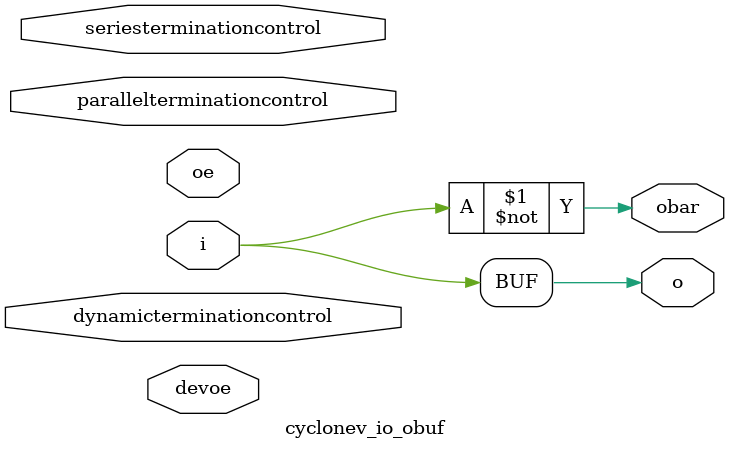
<source format=v>


module cyclonev_lcell_comb (
	dataa, datab, datac, datad, datae, dataf, datag, cin, sharein,
	combout, sumout, cout, shareout
);

input dataa, datab, datac, datad, datae, dataf, datag, cin, sharein;
output reg combout, sumout, cout, shareout;

parameter lut_mask = 64'hFFFFFFFFFFFFFFFF;
parameter shared_arith = "off";
parameter extended_lut = "off";
parameter dont_touch = "off";
parameter lpm_type = "cyclonev_lcell_comb";

localparam ishared_arith = shared_arith == "on";
localparam iextended_lut = extended_lut == "on";

localparam [15:0] f0_mask = lut_mask[15:0];
localparam [15:0] f1_mask = lut_mask[31:16];
localparam [15:0] f2_mask = lut_mask[47:32];
localparam [15:0] f3_mask = lut_mask[63:48];

reg f0_out, f1_out, f2_out, f3_out;
reg g0_out, g1_out;
reg f2_input3, f2_f;
reg adder_input2;

// 4-input LUT function
function lut4;
    input [15:0] mask;
    input dataa;
    input datab;
    input datac;
    input datad;
    begin
        lut4 = datad ? ( datac ? ( datab ? ( dataa ? mask[15] : mask[14])
                                         : ( dataa ? mask[13] : mask[12]))
                               : ( datab ? ( dataa ? mask[11] : mask[10])
                                         : ( dataa ? mask[ 9] : mask[ 8])))
                     : ( datac ? ( datab ? ( dataa ? mask[ 7] : mask[ 6])
                                         : ( dataa ? mask[ 5] : mask[ 4]))
                               : ( datab ? ( dataa ? mask[ 3] : mask[ 2])
                                         : ( dataa ? mask[ 1] : mask[ 0])));
    end
endfunction

// 5-input LUT function
function lut5;
    input [31:0] mask;
    input dataa;
    input datab;
    input datac;
    input datad;
    input datae;
    reg e0_lut;
    reg e1_lut;
    reg [15:0] e0_mask;
    reg [31:16] e1_mask;
    begin
        e0_mask = mask[15:0];
        e1_mask = mask[31:16];
        begin
            e0_lut = lut4(e0_mask, dataa, datab, datac, datad);
            e1_lut = lut4(e1_mask, dataa, datab, datac, datad);
            if (datae === 1'bX) // X propogation
            begin
                if (e0_lut == e1_lut)
                begin
                    lut5 = e0_lut;
                end
                else
                begin
                    lut5 = 1'bX;
                end
            end
            else
            begin
                lut5 = (datae == 1'b1) ? e1_lut : e0_lut;
            end
        end
    end
endfunction

// 6-input LUT function
function lut6;
    input [63:0] mask;
    input dataa;
    input datab;
    input datac;
    input datad;
    input datae;
    input dataf;
    reg f0_lut;
    reg f1_lut;
    reg [31:0] f0_mask;
    reg [63:32] f1_mask ;
    begin
        f0_mask = mask[31:0];
        f1_mask = mask[63:32];
        begin
            lut6 = mask[{dataf, datae, datad, datac, datab, dataa}];
            if (lut6 === 1'bX)
            begin
                f0_lut = lut5(f0_mask, dataa, datab, datac, datad, datae);
                f1_lut = lut5(f1_mask, dataa, datab, datac, datad, datae);
                if (dataf === 1'bX) // X propogation
                begin
                    if (f0_lut == f1_lut)
                    begin
                        lut6 = f0_lut;
                    end
                    else
                    begin
                        lut6 = 1'bX;
                    end
                end
                else
                begin
                    lut6 = (dataf == 1'b1) ? f1_lut : f0_lut;
                end
            end
        end
    end
endfunction

always @(datag or dataf or datae or datad or datac or
         datab or dataa or cin or sharein)
begin
    // check for extended LUT mode
    if (iextended_lut == 1)
        f2_input3 = datag;
    else
        f2_input3 = datac;

    f0_out = lut4(f0_mask, dataa, datab, datac, datad);
    f1_out = lut4(f1_mask, dataa, datab, f2_input3, datad);
    f2_out = lut4(f2_mask, dataa, datab, datac, datad);
    f3_out = lut4(f3_mask, dataa, datab, f2_input3, datad);

    // combout is the 6-input LUT
    if (iextended_lut == 1)
    begin
        if (datae == 1'b0)
        begin
            g0_out = f0_out;
            g1_out = f2_out;
        end
        else if (datae == 1'b1)
        begin
            g0_out = f1_out;
            g1_out = f3_out;
        end
        else
        begin
            if (f0_out == f1_out)
                g0_out = f0_out;
            else
                g0_out = 1'bX;

            if (f2_out == f3_out)
                g1_out = f2_out;
            else
                g1_out = 1'bX;
        end

        if (dataf == 1'b0)
            combout = g0_out;
        else if ((dataf == 1'b1) || (g0_out == g1_out))
            combout = g1_out;
        else
            combout = 1'bX;
    end
    else
        combout = lut6(lut_mask, dataa, datab, datac, datad, datae, dataf);

    // check for shareed arithmetic mode
    if (ishared_arith == 1)
        adder_input2 = sharein;
    else
    begin
        f2_f = lut4(f2_mask, dataa, datab, datac, dataf);
        adder_input2 = !f2_f;
    end

    // sumout & cout
    sumout = cin ^ f0_out ^ adder_input2;
    cout = (cin & f0_out) | (cin & adder_input2) | (f0_out & adder_input2);
    shareout = f2_out;
end

endmodule

// ==========================================================================================

module cyclonev_io_ibuf (i, ibar, dynamicterminationcontrol, o);

parameter differential_mode = 0;
parameter bus_hold = 0;
parameter simulate_z_as = 0;
parameter lpm_type = 0;

input i;
input ibar;
input dynamicterminationcontrol;
output o;

assign o = i;

endmodule

// ==========================================================================================

module cyclonev_io_obuf (i, oe, dynamicterminationcontrol, seriesterminationcontrol, parallelterminationcontrol, devoe, o, obar);

parameter open_drain_output = 0;
parameter bus_hold = 0;
parameter shift_series_termination_control = 0;
parameter sim_dynamic_termination_control_is_connected = 0;
parameter lpm_type = 0;

input i;
input oe;
input devoe;
input dynamicterminationcontrol;
input [15:0] seriesterminationcontrol;
input [15:0] parallelterminationcontrol;
output o;
output obar;

assign o = i, obar = ~i;

endmodule

// ==========================================================================================

</source>
